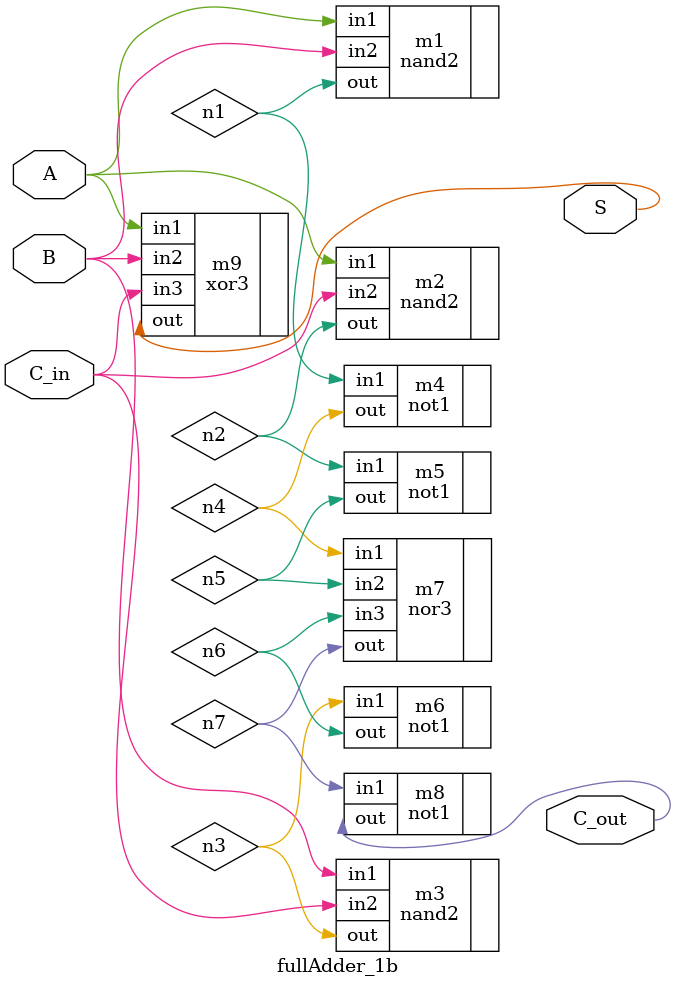
<source format=v>
/*
    CS/ECE 552 Spring '19
    Homework #3, Problem 2
    
    a 1-bit full adder
*/
module fullAdder_1b(A, B, C_in, S, C_out);
    input  A, B;
    input  C_in;
    output S;
    output C_out;
    wire n1, n2, n3, n4, n5, n6, n7;

    // C_out Logic
	nand2 m1( .in1(A), .in2(B), .out(n1));
	nand2 m2( .in1(A), .in2(C_in), .out(n2));
	nand2 m3( .in1(B), .in2(C_in), .out(n3));
	not1 m4( .in1(n1), .out(n4));
	not1 m5( .in1(n2), .out(n5));
	not1 m6( .in1(n3), .out(n6));
	nor3 m7( .in1(n4), .in2(n5), .in3(n6), .out(n7));
	not1 m8( .in1(n7), .out(C_out));
    // Sum Logic
	xor3 m9( .in1(A), .in2(B), .in3(C_in), .out(S));
endmodule

</source>
